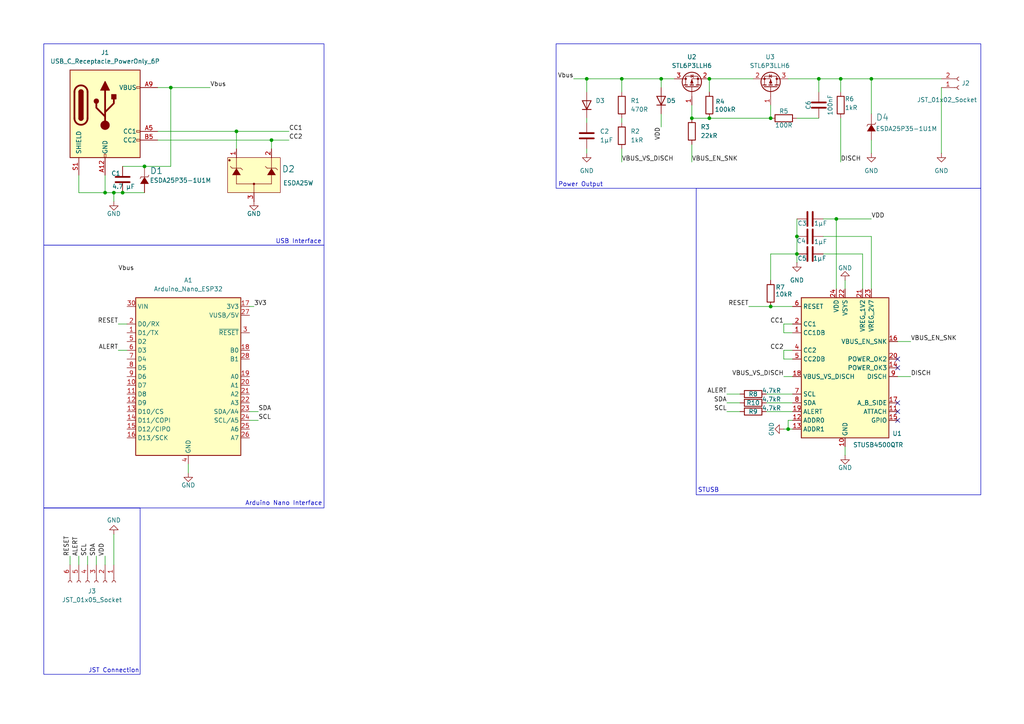
<source format=kicad_sch>
(kicad_sch (version 20250114) (generator "eeschema") (generator_version "9.0")
  (paper "A4")
  (lib_symbols
    (symbol "Connector:Conn_01x02_Socket" (pin_names (offset 1.016) (hide yes))
      (property "Reference" "J" (at 0 2.54 0))
      (property "Value" "Conn_01x02_Socket" (at 0 -5.08 0))
      (symbol "Conn_01x02_Socket_1_1"
        (polyline (pts (xy -1.27 0) (xy -0.508 0)) (stroke (width 0.1524)))
        (polyline (pts (xy -1.27 -2.54) (xy -0.508 -2.54)) (stroke (width 0.1524)))
        (arc (start 0 -0.508) (mid -0.5058 0) (end 0 0.508) (stroke (width 0.1524)))
        (arc (start 0 -3.048) (mid -0.5058 -2.54) (end 0 -2.032) (stroke (width 0.1524)))
        (pin passive line (at -5.08 0 0) (length 3.81) (name "Pin_1") (number "1"))
        (pin passive line (at -5.08 -2.54 0) (length 3.81) (name "Pin_2") (number "2"))
      )
    )
    (symbol "Connector:Conn_01x06_Socket" (pin_names (offset 1.016) (hide yes))
      (property "Reference" "J" (at 0 7.62 0))
      (property "Value" "Conn_01x06_Socket" (at 0 -10.16 0))
      (symbol "Conn_01x06_Socket_1_1"
        (polyline (pts (xy -1.27 5.08) (xy -0.508 5.08)) (stroke (width 0.1524)))
        (polyline (pts (xy -1.27 2.54) (xy -0.508 2.54)) (stroke (width 0.1524)))
        (polyline (pts (xy -1.27 0) (xy -0.508 0)) (stroke (width 0.1524)))
        (polyline (pts (xy -1.27 -2.54) (xy -0.508 -2.54)) (stroke (width 0.1524)))
        (polyline (pts (xy -1.27 -5.08) (xy -0.508 -5.08)) (stroke (width 0.1524)))
        (polyline (pts (xy -1.27 -7.62) (xy -0.508 -7.62)) (stroke (width 0.1524)))
        (arc (start 0 4.572) (mid -0.5058 5.08) (end 0 5.588) (stroke (width 0.1524)))
        (arc (start 0 2.032) (mid -0.5058 2.54) (end 0 3.048) (stroke (width 0.1524)))
        (arc (start 0 -0.508) (mid -0.5058 0) (end 0 0.508) (stroke (width 0.1524)))
        (arc (start 0 -3.048) (mid -0.5058 -2.54) (end 0 -2.032) (stroke (width 0.1524)))
        (arc (start 0 -5.588) (mid -0.5058 -5.08) (end 0 -4.572) (stroke (width 0.1524)))
        (arc (start 0 -8.128) (mid -0.5058 -7.62) (end 0 -7.112) (stroke (width 0.1524)))
        (pin passive line (at -5.08 5.08 0) (length 3.81) (name "Pin_1") (number "1"))
        (pin passive line (at -5.08 2.54 0) (length 3.81) (name "Pin_2") (number "2"))
        (pin passive line (at -5.08 0 0) (length 3.81) (name "Pin_3") (number "3"))
        (pin passive line (at -5.08 -2.54 0) (length 3.81) (name "Pin_4") (number "4"))
        (pin passive line (at -5.08 -5.08 0) (length 3.81) (name "Pin_5") (number "5"))
        (pin passive line (at -5.08 -7.62 0) (length 3.81) (name "Pin_6") (number "6"))
      )
    )
    (symbol "Connector:USB_C_Receptacle_PowerOnly_6P" (pin_names (offset 1.016))
      (property "Reference" "J" (at 0 16.51 0))
      (property "Value" "USB_C_Receptacle_PowerOnly_6P" (at 0 13.97 0))
      (symbol "USB_C_Receptacle_PowerOnly_6P_0_0"
        (rectangle (start -0.254 -12.7) (end 0.254 -11.684))
        (rectangle (start 10.16 7.874) (end 9.144 7.366))
        (rectangle (start 10.16 -4.826) (end 9.144 -5.334))
        (rectangle (start 10.16 -7.366) (end 9.144 -7.874))
      )
      (symbol "USB_C_Receptacle_PowerOnly_6P_0_1"
        (rectangle (start -10.16 12.7) (end 10.16 -12.7) (stroke (width 0.254)) (fill (type background)))
        (polyline (pts (xy -8.89 -1.27) (xy -8.89 6.35)) (stroke (width 0.508)))
        (rectangle (start -7.62 -1.27) (end -6.35 6.35) (stroke (width 0.254)) (fill (type outline)))
        (arc (start -7.62 6.35) (mid -6.985 6.9823) (end -6.35 6.35) (stroke (width 0.254)))
        (arc (start -7.62 6.35) (mid -6.985 6.9823) (end -6.35 6.35) (stroke (width 0.254)) (fill (type outline)))
        (arc (start -8.89 6.35) (mid -6.985 8.2467) (end -5.08 6.35) (stroke (width 0.508)))
        (arc (start -5.08 -1.27) (mid -6.985 -3.1667) (end -8.89 -1.27) (stroke (width 0.508)))
        (arc (start -6.35 -1.27) (mid -6.985 -1.9023) (end -7.62 -1.27) (stroke (width 0.254)))
        (arc (start -6.35 -1.27) (mid -6.985 -1.9023) (end -7.62 -1.27) (stroke (width 0.254)) (fill (type outline)))
        (polyline (pts (xy -5.08 6.35) (xy -5.08 -1.27)) (stroke (width 0.508)))
        (circle (center -2.54 3.683) (radius 0.635) (stroke (width 0.254)) (fill (type outline)))
        (polyline (pts (xy -1.27 6.858) (xy 0 9.398) (xy 1.27 6.858) (xy -1.27 6.858)) (stroke (width 0.254)) (fill (type outline)))
        (polyline (pts (xy 0 0.508) (xy 2.54 3.048) (xy 2.54 4.318)) (stroke (width 0.508)))
        (polyline (pts (xy 0 -0.762) (xy -2.54 1.778) (xy -2.54 3.048)) (stroke (width 0.508)))
        (polyline (pts (xy 0 -3.302) (xy 0 6.858)) (stroke (width 0.508)))
        (circle (center 0 -3.302) (radius 1.27) (fill (type outline)))
        (rectangle (start 1.905 4.318) (end 3.175 5.588) (stroke (width 0.254)) (fill (type outline)))
      )
      (symbol "USB_C_Receptacle_PowerOnly_6P_1_1"
        (pin passive line (at -7.62 -17.78 90) (length 5.08) (name "SHIELD") (number "S1"))
        (pin passive line (at 0 -17.78 90) (length 5.08) (name "GND") (number "A12"))
        (pin passive line (at 0 -17.78 90) (length 5.08) (hide yes) (name "GND") (number "B12"))
        (pin passive line (at 15.24 7.62 180) (length 5.08) (name "VBUS") (number "A9"))
        (pin passive line (at 15.24 7.62 180) (length 5.08) (hide yes) (name "VBUS") (number "B9"))
        (pin bidirectional line (at 15.24 -5.08 180) (length 5.08) (name "CC1") (number "A5"))
        (pin bidirectional line (at 15.24 -7.62 180) (length 5.08) (name "CC2") (number "B5"))
      )
    )
    (symbol "Device:C" (pin_numbers (hide yes)) (pin_names (offset 0.254))
      (property "Reference" "C" (at 0.635 2.54 0))
      (property "Value" "C" (at 0.635 -2.54 0))
      (symbol "C_0_1"
        (polyline (pts (xy -2.032 0.762) (xy 2.032 0.762)) (stroke (width 0.508)))
        (polyline (pts (xy -2.032 -0.762) (xy 2.032 -0.762)) (stroke (width 0.508)))
      )
      (symbol "C_1_1"
        (pin passive line (at 0 3.81 270) (length 2.794) (name "~") (number "1"))
        (pin passive line (at 0 -3.81 90) (length 2.794) (name "~") (number "2"))
      )
    )
    (symbol "Device:D" (pin_numbers (hide yes)) (pin_names (offset 1.016) (hide yes))
      (property "Reference" "D" (at 0 2.54 0))
      (property "Value" "D" (at 0 -2.54 0))
      (symbol "D_0_1"
        (polyline (pts (xy -1.27 1.27) (xy -1.27 -1.27)) (stroke (width 0.254)))
        (polyline (pts (xy 1.27 1.27) (xy 1.27 -1.27) (xy -1.27 0) (xy 1.27 1.27)) (stroke (width 0.254)))
        (polyline (pts (xy 1.27 0) (xy -1.27 0)))
      )
      (symbol "D_1_1"
        (pin passive line (at -3.81 0 0) (length 2.54) (name "K") (number "1"))
        (pin passive line (at 3.81 0 180) (length 2.54) (name "A") (number "2"))
      )
    )
    (symbol "Device:R" (pin_numbers (hide yes)) (pin_names (offset 0))
      (property "Reference" "R" (at 2.032 0 90))
      (property "Value" "R" (at 0 0 90))
      (symbol "R_0_1"
        (rectangle (start -1.016 -2.54) (end 1.016 2.54) (stroke (width 0.254)))
      )
      (symbol "R_1_1"
        (pin passive line (at 0 3.81 270) (length 1.27) (name "~") (number "1"))
        (pin passive line (at 0 -3.81 90) (length 1.27) (name "~") (number "2"))
      )
    )
    (symbol "ESDA25P35-1U1M:ESDA25P35-1U1M" (pin_numbers (hide yes)) (pin_names (hide yes))
      (property "Reference" "D" (at -0.254 -6.604 0))
      (property "Value" "ESDA25P35-1U1M" (at -7.874 -6.858 0))
      (symbol "ESDA25P35-1U1M_1_0"
        (polyline (pts (xy 0 -3.81) (xy 0 -3.81) (xy 0 -3.81) (xy 2.032 -2.54) (xy 0 -1.27) (xy 0 -3.81)) (stroke (width -0.0001)) (fill (type outline)))
        (polyline (pts (xy 1.524 -1.27) (xy 2.032 -1.524)))
        (polyline (pts (xy 2.032 -1.524) (xy 2.032 -3.556)))
        (polyline (pts (xy 2.032 -3.556) (xy 2.54 -3.81)))
        (polyline (pts (xy 5.08 -2.54) (xy 2.032 -2.54)))
        (pin passive line (at -2.54 -2.54 0) (length 2.54) (name "A") (number "2"))
        (pin passive line (at 5.08 -2.54 180) (length 0) (name "K") (number "1"))
      )
    )
    (symbol "ESDA25W:ESDA25W" (pin_names (hide yes))
      (property "Reference" "D" (at -0.254 -17.78 0))
      (property "Value" "ESDA25W" (at -0.508 -17.018 0))
      (symbol "ESDA25W_1_0"
        (polyline (pts (xy 0 -2.54) (xy 3.048 -2.54)))
        (circle (center 0.762 -0.508) (radius 0.254) (fill (type outline)))
        (polyline (pts (xy 3.048 -1.27) (xy 2.54 -0.762)))
        (polyline (pts (xy 3.048 -1.27) (xy 3.048 -3.81)))
        (polyline (pts (xy 3.048 -11.43) (xy 2.54 -10.922)))
        (polyline (pts (xy 3.048 -11.43) (xy 3.048 -13.97)))
        (polyline (pts (xy 3.048 -12.7) (xy 0 -12.7)))
        (polyline (pts (xy 3.556 -4.318) (xy 3.048 -3.81)))
        (polyline (pts (xy 3.556 -14.478) (xy 3.048 -13.97)))
        (polyline (pts (xy 5.08 -1.27) (xy 5.08 -3.81) (xy 5.08 -1.27) (xy 3.048 -2.54) (xy 5.08 -3.81) (xy 5.08 -1.27)) (stroke (width -0.0001)) (fill (type outline)))
        (polyline (pts (xy 5.08 -2.54) (xy 7.62 -2.54)))
        (polyline (pts (xy 5.08 -11.43) (xy 5.08 -11.43) (xy 5.08 -11.43) (xy 3.048 -12.7) (xy 5.08 -13.97) (xy 5.08 -11.43)) (stroke (width -0.0001)) (fill (type outline)))
        (circle (center 7.62 -7.62) (radius 0.254) (fill (type outline)))
        (polyline (pts (xy 7.62 -12.7) (xy 5.08 -12.7)))
        (polyline (pts (xy 7.62 -12.7) (xy 7.62 -2.54)))
        (rectangle (start 10.16 0) (end 0 -15.24) (stroke (width 0) (color 128 0 0 1)) (fill (type background)))
        (polyline (pts (xy 10.16 -7.62) (xy 7.62 -7.62)))
        (pin passive line (at -2.54 -2.54 0) (length 2.54) (name "1") (number "1"))
        (pin passive line (at -2.54 -12.7 0) (length 2.54) (name "2") (number "2"))
        (pin passive line (at 12.7 -7.62 180) (length 2.54) (name "3") (number "3"))
      )
    )
    (symbol "Interface_USB:STUSB4500QTR"
      (property "Reference" "U" (at -12.7 21.59 0))
      (property "Value" "STUSB4500QTR" (at 8.89 -21.59 0))
      (symbol "STUSB4500QTR_0_1"
        (rectangle (start -12.7 20.32) (end 12.7 -20.32) (stroke (width 0.254)) (fill (type background)))
      )
      (symbol "STUSB4500QTR_1_1"
        (pin input line (at -15.24 17.78 0) (length 2.54) (name "RESET") (number "6"))
        (pin bidirectional line (at -15.24 12.7 0) (length 2.54) (name "CC1") (number "2"))
        (pin bidirectional line (at -15.24 10.16 0) (length 2.54) (name "CC1DB") (number "1"))
        (pin bidirectional line (at -15.24 5.08 0) (length 2.54) (name "CC2") (number "4"))
        (pin bidirectional line (at -15.24 2.54 0) (length 2.54) (name "CC2DB") (number "5"))
        (pin input line (at -15.24 -2.54 0) (length 2.54) (name "VBUS_VS_DISCH") (number "18"))
        (pin input line (at -15.24 -7.62 0) (length 2.54) (name "SCL") (number "7"))
        (pin bidirectional line (at -15.24 -10.16 0) (length 2.54) (name "SDA") (number "8"))
        (pin open_collector line (at -15.24 -12.7 0) (length 2.54) (name "ALERT") (number "19"))
        (pin input line (at -15.24 -15.24 0) (length 2.54) (name "ADDR0") (number "12"))
        (pin input line (at -15.24 -17.78 0) (length 2.54) (name "ADDR1") (number "13"))
        (pin no_connect line (at -12.7 15.24 0) (length 2.54) (hide yes) (name "NC") (number "3"))
        (pin power_in line (at -2.54 22.86 270) (length 2.54) (name "VDD") (number "24"))
        (pin power_in line (at 0 22.86 270) (length 2.54) (name "VSYS") (number "22"))
        (pin power_in line (at 0 -22.86 90) (length 2.54) (name "GND") (number "10"))
        (pin passive line (at 0 -22.86 90) (length 2.54) (hide yes) (name "GND") (number "25"))
        (pin power_out line (at 5.08 22.86 270) (length 2.54) (name "VREG_1V2") (number "21"))
        (pin power_out line (at 7.62 22.86 270) (length 2.54) (name "VREG_2V7") (number "23"))
        (pin open_collector line (at 15.24 7.62 180) (length 2.54) (name "VBUS_EN_SNK") (number "16"))
        (pin open_collector line (at 15.24 2.54 180) (length 2.54) (name "POWER_OK2") (number "20"))
        (pin open_collector line (at 15.24 0 180) (length 2.54) (name "POWER_OK3") (number "14"))
        (pin bidirectional line (at 15.24 -2.54 180) (length 2.54) (name "DISCH") (number "9"))
        (pin open_collector line (at 15.24 -10.16 180) (length 2.54) (name "A_B_SIDE") (number "17"))
        (pin open_collector line (at 15.24 -12.7 180) (length 2.54) (name "ATTACH") (number "11"))
        (pin open_collector line (at 15.24 -15.24 180) (length 2.54) (name "GPIO") (number "15"))
      )
    )
    (symbol "MCU_Module:Arduino_Nano_ESP32"
      (property "Reference" "A" (at -14.986 23.622 0))
      (property "Value" "Arduino_Nano_ESP32" (at 3.81 -25.654 0))
      (symbol "Arduino_Nano_ESP32_0_1"
        (rectangle (start -15.24 22.86) (end 15.24 -22.86) (stroke (width 0.254)) (fill (type background)))
      )
      (symbol "Arduino_Nano_ESP32_1_1"
        (pin power_in line (at -17.78 20.32 0) (length 2.54) (name "VIN") (number "30"))
        (pin bidirectional line (at -17.78 15.24 0) (length 2.54) (name "D0/RX") (number "2"))
        (pin bidirectional line (at -17.78 12.7 0) (length 2.54) (name "D1/TX") (number "1"))
        (pin bidirectional line (at -17.78 10.16 0) (length 2.54) (name "D2") (number "5"))
        (pin bidirectional line (at -17.78 7.62 0) (length 2.54) (name "D3") (number "6"))
        (pin bidirectional line (at -17.78 5.08 0) (length 2.54) (name "D4") (number "7"))
        (pin bidirectional line (at -17.78 2.54 0) (length 2.54) (name "D5") (number "8"))
        (pin bidirectional line (at -17.78 0 0) (length 2.54) (name "D6") (number "9"))
        (pin bidirectional line (at -17.78 -2.54 0) (length 2.54) (name "D7") (number "10"))
        (pin bidirectional line (at -17.78 -5.08 0) (length 2.54) (name "D8") (number "11"))
        (pin bidirectional line (at -17.78 -7.62 0) (length 2.54) (name "D9") (number "12"))
        (pin bidirectional line (at -17.78 -10.16 0) (length 2.54) (name "D10/CS") (number "13"))
        (pin bidirectional line (at -17.78 -12.7 0) (length 2.54) (name "D11/COPI") (number "14"))
        (pin bidirectional line (at -17.78 -15.24 0) (length 2.54) (name "D12/CIPO") (number "15"))
        (pin bidirectional line (at -17.78 -17.78 0) (length 2.54) (name "D13/SCK") (number "16"))
        (pin passive line (at 0 -25.4 90) (length 2.54) (hide yes) (name "GND") (number "29"))
        (pin power_in line (at 0 -25.4 90) (length 2.54) (name "GND") (number "4"))
        (pin power_out line (at 17.78 20.32 180) (length 2.54) (name "3V3") (number "17"))
        (pin power_out line (at 17.78 17.78 180) (length 2.54) (name "VUSB/5V") (number "27"))
        (pin input line (at 17.78 12.7 180) (length 2.54) (name "~{RESET}") (number "3"))
        (pin bidirectional line (at 17.78 7.62 180) (length 2.54) (name "B0") (number "18"))
        (pin bidirectional line (at 17.78 5.08 180) (length 2.54) (name "B1") (number "28"))
        (pin bidirectional line (at 17.78 0 180) (length 2.54) (name "A0") (number "19"))
        (pin bidirectional line (at 17.78 -2.54 180) (length 2.54) (name "A1") (number "20"))
        (pin bidirectional line (at 17.78 -5.08 180) (length 2.54) (name "A2") (number "21"))
        (pin bidirectional line (at 17.78 -7.62 180) (length 2.54) (name "A3") (number "22"))
        (pin bidirectional line (at 17.78 -10.16 180) (length 2.54) (name "SDA/A4") (number "23"))
        (pin bidirectional line (at 17.78 -12.7 180) (length 2.54) (name "SCL/A5") (number "24"))
        (pin bidirectional line (at 17.78 -15.24 180) (length 2.54) (name "A6") (number "25"))
        (pin bidirectional line (at 17.78 -17.78 180) (length 2.54) (name "A7") (number "26"))
      )
    )
    (symbol "Transistor_FET:AO3401A" (pin_names (hide yes))
      (property "Reference" "Q" (at 5.08 1.905 0))
      (property "Value" "AO3401A" (at 5.08 0 0))
      (symbol "AO3401A_0_1"
        (polyline (pts (xy 0.254 1.905) (xy 0.254 -1.905)) (stroke (width 0.254)))
        (polyline (pts (xy 0.254 0) (xy -2.54 0)))
        (polyline (pts (xy 0.762 2.286) (xy 0.762 1.27)) (stroke (width 0.254)))
        (polyline (pts (xy 0.762 1.778) (xy 3.302 1.778) (xy 3.302 -1.778) (xy 0.762 -1.778)))
        (polyline (pts (xy 0.762 0.508) (xy 0.762 -0.508)) (stroke (width 0.254)))
        (polyline (pts (xy 0.762 -1.27) (xy 0.762 -2.286)) (stroke (width 0.254)))
        (circle (center 1.651 0) (radius 2.794) (stroke (width 0.254)))
        (polyline (pts (xy 2.286 0) (xy 1.27 0.381) (xy 1.27 -0.381) (xy 2.286 0)) (fill (type outline)))
        (polyline (pts (xy 2.54 2.54) (xy 2.54 1.778)))
        (circle (center 2.54 1.778) (radius 0.254) (fill (type outline)))
        (circle (center 2.54 -1.778) (radius 0.254) (fill (type outline)))
        (polyline (pts (xy 2.54 -2.54) (xy 2.54 0) (xy 0.762 0)))
        (polyline (pts (xy 2.794 -0.508) (xy 2.921 -0.381) (xy 3.683 -0.381) (xy 3.81 -0.254)))
        (polyline (pts (xy 3.302 -0.381) (xy 2.921 0.254) (xy 3.683 0.254) (xy 3.302 -0.381)))
      )
      (symbol "AO3401A_1_1"
        (pin input line (at -5.08 0 0) (length 2.54) (name "G") (number "1"))
        (pin passive line (at 2.54 5.08 270) (length 2.54) (name "D") (number "3"))
        (pin passive line (at 2.54 -5.08 90) (length 2.54) (name "S") (number "2"))
      )
    )
    (symbol "power:GND" (power) (pin_numbers (hide yes)) (pin_names (offset 0) (hide yes))
      (property "Value" "GND" (at 0 -3.81 0))
      (symbol "GND_0_1"
        (polyline (pts (xy 0 0) (xy 0 -1.27) (xy 1.27 -1.27) (xy 0 -2.54) (xy -1.27 -1.27) (xy 0 -1.27)))
      )
      (symbol "GND_1_1"
        (pin power_in line (at 0 0 270) (length 0) (name "~") (number "1"))
      )
    )
  )
  (rectangle (start 12.7 12.7) (end 93.98 71.12))
  (rectangle (start 12.7 71.12) (end 93.98 147.32))
  (rectangle (start 12.7 147.32) (end 40.64 195.58))
  (rectangle (start 161.29 12.7) (end 284.48 54.61))
  (rectangle (start 201.93 54.61) (end 284.48 143.51))
  (text "STUSB" (at 205.486 142.24 0) (effects (font (size 1.27 1.27))))
  (text "Arduino Nano Interface" (at 82.296 146.05 0) (effects (font (size 1.27 1.27))))
  (text "JST Connection" (at 33.02 194.564 0) (effects (font (size 1.27 1.27))))
  (text "USB Interface" (at 86.614 70.104 0) (effects (font (size 1.27 1.27))))
  (text "Power Output" (at 168.402 53.594 0) (effects (font (size 1.27 1.27))))
  (junction (at 223.52 34.29))
  (junction (at 231.14 73.66))
  (junction (at 223.52 88.9))
  (junction (at 41.91 48.26))
  (junction (at 68.58 38.1))
  (junction (at 252.73 22.86))
  (junction (at 237.49 22.86))
  (junction (at 33.02 55.88))
  (junction (at 180.34 22.86))
  (junction (at 205.74 34.29))
  (junction (at 205.74 22.86))
  (junction (at 49.53 25.4))
  (junction (at 30.48 55.88))
  (junction (at 231.14 68.58))
  (junction (at 242.57 63.5))
  (junction (at 78.74 40.64))
  (junction (at 170.18 22.86))
  (junction (at 191.77 22.86))
  (junction (at 200.66 34.29))
  (junction (at 35.56 55.88))
  (junction (at 228.6 124.46))
  (junction (at 243.84 22.86))
  (no_connect (at 260.35 116.84))
  (no_connect (at 260.35 119.38))
  (no_connect (at 260.35 104.14))
  (no_connect (at 260.35 106.68))
  (no_connect (at 260.35 121.92))
  (wire (pts (xy 245.11 81.28) (xy 245.11 83.82)))
  (wire (pts (xy 191.77 25.4) (xy 191.77 22.86)))
  (wire (pts (xy 243.84 26.67) (xy 243.84 22.86)))
  (wire (pts (xy 35.56 48.26) (xy 41.91 48.26)))
  (wire (pts (xy 243.84 46.99) (xy 243.84 34.29)))
  (wire (pts (xy 227.33 109.22) (xy 229.87 109.22)))
  (wire (pts (xy 49.53 25.4) (xy 49.53 48.26)))
  (wire (pts (xy 252.73 83.82) (xy 252.73 68.58)))
  (wire (pts (xy 228.6 121.92) (xy 228.6 124.46)))
  (wire (pts (xy 60.96 25.4) (xy 49.53 25.4)))
  (wire (pts (xy 200.66 30.48) (xy 200.66 34.29)))
  (wire (pts (xy 242.57 83.82) (xy 242.57 63.5)))
  (wire (pts (xy 34.29 93.98) (xy 36.83 93.98)))
  (wire (pts (xy 200.66 34.29) (xy 205.74 34.29)))
  (wire (pts (xy 237.49 34.29) (xy 231.14 34.29)))
  (wire (pts (xy 242.57 63.5) (xy 238.76 63.5)))
  (wire (pts (xy 227.33 93.98) (xy 227.33 96.52)))
  (wire (pts (xy 45.72 38.1) (xy 68.58 38.1)))
  (wire (pts (xy 20.32 161.29) (xy 20.32 163.83)))
  (wire (pts (xy 180.34 22.86) (xy 191.77 22.86)))
  (wire (pts (xy 242.57 63.5) (xy 252.73 63.5)))
  (wire (pts (xy 223.52 88.9) (xy 229.87 88.9)))
  (wire (pts (xy 222.25 116.84) (xy 229.87 116.84)))
  (wire (pts (xy 205.74 22.86) (xy 218.44 22.86)))
  (wire (pts (xy 170.18 44.45) (xy 170.18 43.18)))
  (wire (pts (xy 223.52 81.28) (xy 223.52 73.66)))
  (wire (pts (xy 222.25 114.3) (xy 229.87 114.3)))
  (wire (pts (xy 260.35 99.06) (xy 264.16 99.06)))
  (wire (pts (xy 229.87 104.14) (xy 227.33 104.14)))
  (wire (pts (xy 237.49 22.86) (xy 237.49 26.67)))
  (wire (pts (xy 252.73 40.64) (xy 252.73 44.45)))
  (wire (pts (xy 252.73 22.86) (xy 243.84 22.86)))
  (wire (pts (xy 205.74 26.67) (xy 205.74 22.86)))
  (wire (pts (xy 34.29 101.6) (xy 36.83 101.6)))
  (wire (pts (xy 45.72 40.64) (xy 78.74 40.64)))
  (wire (pts (xy 22.86 161.29) (xy 22.86 163.83)))
  (wire (pts (xy 227.33 124.46) (xy 228.6 124.46)))
  (wire (pts (xy 33.02 154.94) (xy 33.02 163.83)))
  (wire (pts (xy 205.74 34.29) (xy 223.52 34.29)))
  (wire (pts (xy 68.58 38.1) (xy 83.82 38.1)))
  (wire (pts (xy 210.82 119.38) (xy 214.63 119.38)))
  (wire (pts (xy 231.14 68.58) (xy 231.14 73.66)))
  (wire (pts (xy 78.74 40.64) (xy 83.82 40.64)))
  (wire (pts (xy 191.77 33.02) (xy 191.77 36.83)))
  (wire (pts (xy 54.61 134.62) (xy 54.61 137.16)))
  (wire (pts (xy 227.33 101.6) (xy 227.33 104.14)))
  (wire (pts (xy 217.17 88.9) (xy 223.52 88.9)))
  (wire (pts (xy 231.14 73.66) (xy 231.14 76.2)))
  (wire (pts (xy 30.48 50.8) (xy 30.48 55.88)))
  (wire (pts (xy 27.94 161.29) (xy 27.94 163.83)))
  (wire (pts (xy 227.33 93.98) (xy 229.87 93.98)))
  (wire (pts (xy 170.18 22.86) (xy 180.34 22.86)))
  (wire (pts (xy 72.39 119.38) (xy 74.93 119.38)))
  (wire (pts (xy 229.87 101.6) (xy 227.33 101.6)))
  (wire (pts (xy 68.58 38.1) (xy 68.58 43.18)))
  (wire (pts (xy 229.87 96.52) (xy 227.33 96.52)))
  (wire (pts (xy 214.63 116.84) (xy 210.82 116.84)))
  (wire (pts (xy 180.34 22.86) (xy 180.34 26.67)))
  (wire (pts (xy 78.74 40.64) (xy 78.74 43.18)))
  (wire (pts (xy 191.77 22.86) (xy 195.58 22.86)))
  (wire (pts (xy 250.19 73.66) (xy 238.76 73.66)))
  (wire (pts (xy 33.02 55.88) (xy 35.56 55.88)))
  (wire (pts (xy 223.52 30.48) (xy 223.52 34.29)))
  (wire (pts (xy 222.25 119.38) (xy 229.87 119.38)))
  (wire (pts (xy 73.66 88.9) (xy 72.39 88.9)))
  (wire (pts (xy 273.05 25.4) (xy 273.05 44.45)))
  (wire (pts (xy 170.18 34.29) (xy 170.18 35.56)))
  (wire (pts (xy 228.6 124.46) (xy 229.87 124.46)))
  (wire (pts (xy 223.52 73.66) (xy 231.14 73.66)))
  (wire (pts (xy 250.19 83.82) (xy 250.19 73.66)))
  (wire (pts (xy 33.02 55.88) (xy 33.02 58.42)))
  (wire (pts (xy 35.56 55.88) (xy 41.91 55.88)))
  (wire (pts (xy 252.73 22.86) (xy 273.05 22.86)))
  (wire (pts (xy 243.84 22.86) (xy 237.49 22.86)))
  (wire (pts (xy 252.73 68.58) (xy 238.76 68.58)))
  (wire (pts (xy 72.39 121.92) (xy 74.93 121.92)))
  (wire (pts (xy 245.11 129.54) (xy 245.11 132.08)))
  (wire (pts (xy 200.66 41.91) (xy 200.66 46.99)))
  (wire (pts (xy 170.18 22.86) (xy 170.18 26.67)))
  (wire (pts (xy 228.6 22.86) (xy 237.49 22.86)))
  (wire (pts (xy 41.91 48.26) (xy 49.53 48.26)))
  (wire (pts (xy 180.34 34.29) (xy 180.34 35.56)))
  (wire (pts (xy 260.35 109.22) (xy 264.16 109.22)))
  (wire (pts (xy 229.87 121.92) (xy 228.6 121.92)))
  (wire (pts (xy 22.86 55.88) (xy 30.48 55.88)))
  (wire (pts (xy 166.37 22.86) (xy 170.18 22.86)))
  (wire (pts (xy 30.48 161.29) (xy 30.48 163.83)))
  (wire (pts (xy 231.14 63.5) (xy 231.14 68.58)))
  (wire (pts (xy 30.48 55.88) (xy 33.02 55.88)))
  (wire (pts (xy 22.86 50.8) (xy 22.86 55.88)))
  (wire (pts (xy 210.82 114.3) (xy 214.63 114.3)))
  (wire (pts (xy 180.34 43.18) (xy 180.34 46.99)))
  (wire (pts (xy 45.72 25.4) (xy 49.53 25.4)))
  (wire (pts (xy 25.4 161.29) (xy 25.4 163.83)))
  (wire (pts (xy 252.73 33.02) (xy 252.73 22.86)))
  (label "CC2" (at 227.33 101.6 180))
  (label "3V3" (at 73.66 88.9 0))
  (label "DISCH" (at 243.84 46.99 0))
  (label "RESET" (at 34.29 93.98 180))
  (label "CC1" (at 83.82 38.1 0))
  (label "VBUS_EN_SNK" (at 264.16 99.06 0))
  (label "ALERT" (at 34.29 101.6 180))
  (label "VDD" (at 252.73 63.5 0))
  (label "ALERT" (at 22.86 161.29 90))
  (label "CC2" (at 83.82 40.64 0))
  (label "ALERT" (at 210.82 114.3 180))
  (label "VBUS_VS_DISCH" (at 227.33 109.22 180))
  (label "VBUS_VS_DISCH" (at 180.34 46.99 0))
  (label "SCL" (at 25.4 161.29 90))
  (label "DISCH" (at 264.16 109.22 0))
  (label "VDD" (at 191.77 36.83 270))
  (label "Vbus" (at 34.29 78.74 0))
  (label "SCL" (at 210.82 119.38 180))
  (label "VDD" (at 30.48 161.29 90))
  (label "Vbus" (at 60.96 25.4 0))
  (label "SCL" (at 74.93 121.92 0))
  (label "SDA" (at 210.82 116.84 180))
  (label "VBUS_EN_SNK" (at 200.66 46.99 0))
  (label "Vbus" (at 166.37 22.86 180))
  (label "CC1" (at 227.33 93.98 180))
  (label "RESET" (at 217.17 88.9 180))
  (label "SDA" (at 27.94 161.29 90))
  (label "SDA" (at 74.93 119.38 0))
  (label "RESET" (at 20.32 161.29 90))
  (symbol (lib_id "power:GND") (at 33.02 58.42 0) (unit 1)
    (property "Reference" "#PWR09" (effects (hide yes)))
    (property "Value" "GND" (at 33.02 61.976 0))
    (property "Description" "Power symbol creates a global label with name \"GND\" , ground" (effects (hide yes)))
  )
  (symbol (lib_id "ESDA25P35-1U1M:ESDA25P35-1U1M") (at 39.37 53.34 90) (unit 1)
    (property "Reference" "D1" (at 43.434 49.53 90) (effects (font (size 1.8288 1.8288)) (justify right)))
    (property "Value" "ESDA25P35-1U1M" (at 43.434 52.324 90) (effects (justify right)))
    (property "Footprint" "ST_1610:ST_1610" (effects (hide yes)))
    (property "Datasheet" "kicad-embed://esda25p35-1u1m.pdf" (effects (hide yes)))
  )
  (symbol (lib_id "power:GND") (at 170.18 44.45 0) (unit 1)
    (property "Reference" "#PWR02" (effects (hide yes)))
    (property "Value" "GND" (at 170.18 49.53 0))
    (property "Description" "Power symbol creates a global label with name \"GND\" , ground" (effects (hide yes)))
  )
  (symbol (lib_id "power:GND") (at 252.73 44.45 0) (unit 1)
    (property "Reference" "#PWR05" (effects (hide yes)))
    (property "Value" "GND" (at 252.73 49.53 0))
    (property "Description" "Power symbol creates a global label with name \"GND\" , ground" (effects (hide yes)))
  )
  (symbol (lib_id "Device:C") (at 234.95 63.5 270) (unit 1)
    (property "Reference" "C3" (at 232.664 64.77 90))
    (property "Value" "1μF" (at 237.998 64.77 90))
    (property "Footprint" "Capacitor_SMD:C_0603_1608Metric_Pad1.08x0.95mm_HandSolder" (effects (hide yes)))
    (property "Description" "Unpolarized capacitor" (effects (hide yes)))
  )
  (symbol (lib_id "Device:R") (at 243.84 30.48 180) (unit 1)
    (property "Reference" "R6" (at 246.38 28.702 0))
    (property "Value" "1kR" (at 246.888 31.242 0))
    (property "Footprint" "Resistor_SMD:R_0603_1608Metric_Pad0.98x0.95mm_HandSolder" (effects (hide yes)))
    (property "Description" "Resistor" (effects (hide yes)))
  )
  (symbol (lib_id "power:GND") (at 231.14 76.2 0) (unit 1)
    (property "Reference" "#PWR03" (effects (hide yes)))
    (property "Value" "GND" (at 231.14 81.28 0))
    (property "Description" "Power symbol creates a global label with name \"GND\" , ground" (effects (hide yes)))
  )
  (symbol (lib_id "Connector:Conn_01x06_Socket") (at 27.94 168.91 270) (unit 1)
    (property "Reference" "J3" (at 26.67 171.45 90))
    (property "Value" "JST_01x05_Socket" (at 26.67 173.99 90))
    (property "Footprint" "Connector_JST:JST_XH_B5B-XH-A_1x05_P2.50mm_Vertical" (effects (hide yes)))
    (property "Description" "Generic connector, single row, 01x05, script generated" (effects (hide yes)))
  )
  (symbol (lib_id "Device:R") (at 218.44 114.3 90) (unit 1)
    (property "Reference" "R8" (at 218.44 114.3 90))
    (property "Value" "4.7kR" (at 223.774 113.284 90))
    (property "Footprint" "Resistor_SMD:R_0603_1608Metric_Pad0.98x0.95mm_HandSolder" (effects (hide yes)))
    (property "Description" "Resistor" (effects (hide yes)))
  )
  (symbol (lib_id "Interface_USB:STUSB4500QTR") (at 245.11 106.68 0) (unit 1)
    (property "Reference" "U1" (at 258.826 125.73 0) (effects (justify left)))
    (property "Value" "STUSB4500QTR" (at 247.396 129.032 0) (effects (justify left)))
    (property "Footprint" "Package_DFN_QFN:QFN-24-1EP_4x4mm_P0.5mm_EP2.7x2.7mm" (effects (hide yes)))
    (property "Datasheet" "https://www.st.com/resource/en/datasheet/stusb4500.pdf" (effects (hide yes)))
    (property "Description" "Stand-alone USB PD controller (with sink Auto-run mode), QFN-24" (effects (hide yes)))
  )
  (symbol (lib_id "power:GND") (at 273.05 44.45 0) (unit 1)
    (property "Reference" "#PWR06" (effects (hide yes)))
    (property "Value" "GND" (at 273.05 49.53 0))
    (property "Description" "Power symbol creates a global label with name \"GND\" , ground" (effects (hide yes)))
  )
  (symbol (lib_id "Device:C") (at 170.18 39.37 0) (unit 1)
    (property "Reference" "C2" (at 173.99 38.0999 0) (effects (justify left)))
    (property "Value" "1μF" (at 173.99 40.6399 0) (effects (justify left)))
    (property "Footprint" "Capacitor_SMD:C_0603_1608Metric_Pad1.08x0.95mm_HandSolder" (effects (hide yes)))
    (property "Description" "Unpolarized capacitor" (effects (hide yes)))
  )
  (symbol (lib_id "power:GND") (at 245.11 81.28 180) (unit 1)
    (property "Reference" "#PWR07" (effects (hide yes)))
    (property "Value" "GND" (at 245.11 77.724 0))
    (property "Description" "Power symbol creates a global label with name \"GND\" , ground" (effects (hide yes)))
  )
  (symbol (lib_id "power:GND") (at 245.11 132.08 0) (unit 1)
    (property "Reference" "#PWR010" (effects (hide yes)))
    (property "Value" "GND" (at 245.11 135.636 0))
    (property "Description" "Power symbol creates a global label with name \"GND\" , ground" (effects (hide yes)))
  )
  (symbol (lib_id "power:GND") (at 73.66 58.42 0) (unit 1)
    (property "Reference" "#PWR08" (effects (hide yes)))
    (property "Value" "GND" (at 73.66 61.976 0))
    (property "Description" "Power symbol creates a global label with name \"GND\" , ground" (effects (hide yes)))
  )
  (symbol (lib_id "Device:R") (at 200.66 38.1 0) (unit 1)
    (property "Reference" "R3" (at 203.2 36.8299 0) (effects (justify left)))
    (property "Value" "22kR" (at 203.2 39.3699 0) (effects (justify left)))
    (property "Footprint" "Resistor_SMD:R_0603_1608Metric_Pad0.98x0.95mm_HandSolder" (effects (hide yes)))
    (property "Description" "Resistor" (effects (hide yes)))
  )
  (symbol (lib_id "MCU_Module:Arduino_Nano_ESP32") (at 54.61 109.22 0) (unit 1)
    (property "Reference" "A1" (at 54.61 81.28 0))
    (property "Value" "Arduino_Nano_ESP32" (at 54.61 83.82 0))
    (property "Footprint" "Module:Arduino_Nano" (effects (hide yes)))
    (property "Datasheet" "https://docs.arduino.cc/resources/datasheets/ABX00083-datasheet.pdf" (effects (hide yes)))
    (property "Description" "Arduino Nano board based on the ESP32-S3 with a dual-core 240 MHz processor, 384 kB ROM, 512 kB SRAM. Operates at 3.3V, with 5V USB-C® input and 6-21V VIN. Features Wi-Fi®, Bluetooth® LE, digital and analog pins, and supports SPI, I2C, UART, I2S, and CAN." (effects (hide yes)))
  )
  (symbol (lib_id "Device:D") (at 170.18 30.48 90) (unit 1)
    (property "Reference" "D3" (at 172.72 29.2099 90) (effects (justify right)))
    (property "Value" "D" (effects (hide yes)))
    (property "Footprint" "Diode_SMD:D_0603_1608Metric_Pad1.05x0.95mm_HandSolder" (effects (hide yes)))
    (property "Description" "Diode" (effects (hide yes)))
    (property "Sim.Device" "D" (effects (hide yes)))
    (property "Sim.Pins" "1=K 2=A" (effects (hide yes)))
  )
  (symbol (lib_id "Device:R") (at 180.34 30.48 0) (unit 1)
    (property "Reference" "R1" (at 182.88 29.2099 0) (effects (justify left)))
    (property "Value" "470R" (at 182.88 31.7499 0) (effects (justify left)))
    (property "Footprint" "Resistor_SMD:R_0603_1608Metric_Pad0.98x0.95mm_HandSolder" (effects (hide yes)))
    (property "Description" "Resistor" (effects (hide yes)))
  )
  (symbol (lib_id "power:GND") (at 33.02 154.94 180) (unit 1)
    (property "Reference" "#PWR04" (effects (hide yes)))
    (property "Value" "GND" (at 33.02 150.876 0))
    (property "Description" "Power symbol creates a global label with name \"GND\" , ground" (effects (hide yes)))
  )
  (symbol (lib_id "Transistor_FET:AO3401A") (at 200.66 25.4 90) (unit 1)
    (property "Reference" "U2" (at 200.66 16.51 90))
    (property "Value" "STL6P3LLH6" (at 200.66 19.05 90))
    (property "Footprint" "STL6P3LLH6:POWERFLAT_3P3X3P3_STM2" (effects (hide yes)))
    (property "Datasheet" "https://www.st.com/resource/en/datasheet/stl6p3llh6.pdf" (effects (hide yes)))
  )
  (symbol (lib_id "Device:R") (at 205.74 30.48 180) (unit 1)
    (property "Reference" "R4" (at 207.518 29.464 0) (effects (justify right)))
    (property "Value" "100kR" (at 207.264 31.75 0) (effects (justify right)))
    (property "Footprint" "Resistor_SMD:R_0603_1608Metric_Pad0.98x0.95mm_HandSolder" (effects (hide yes)))
    (property "Description" "Resistor" (effects (hide yes)))
  )
  (symbol (lib_id "Device:R") (at 223.52 85.09 0) (mirror y) (unit 1)
    (property "Reference" "R7" (at 226.314 83.312 0))
    (property "Value" "10kR" (at 227.33 85.344 0))
    (property "Footprint" "Resistor_SMD:R_0603_1608Metric_Pad0.98x0.95mm_HandSolder" (effects (hide yes)))
    (property "Description" "Resistor" (effects (hide yes)))
  )
  (symbol (lib_id "Transistor_FET:AO3401A") (at 223.52 25.4 270) (mirror x) (unit 1)
    (property "Reference" "U3" (at 221.996 16.51 90) (effects (justify left)))
    (property "Value" "STL6P3LLH6" (at 217.424 19.05 90) (effects (justify left)))
    (property "Footprint" "STL6P3LLH6:POWERFLAT_3P3X3P3_STM2" (effects (hide yes)))
    (property "Datasheet" "https://www.st.com/resource/en/datasheet/stl6p3llh6.pdf" (effects (hide yes)))
  )
  (symbol (lib_id "power:GND") (at 227.33 124.46 270) (unit 1)
    (property "Reference" "#PWR011" (effects (hide yes)))
    (property "Value" "GND" (at 223.774 124.46 0))
    (property "Description" "Power symbol creates a global label with name \"GND\" , ground" (effects (hide yes)))
  )
  (symbol (lib_id "Connector:USB_C_Receptacle_PowerOnly_6P") (at 30.48 33.02 0) (unit 1)
    (property "Reference" "J1" (at 30.48 15.24 0))
    (property "Value" "USB_C_Receptacle_PowerOnly_6P" (at 30.48 17.78 0))
    (property "Footprint" "Connector_USB:USB_C_Receptacle_GCT_USB4105-xx-A_16P_TopMnt_Horizontal" (effects (hide yes)))
    (property "Datasheet" "https://www.usb.org/sites/default/files/documents/usb_type-c.zip" (effects (hide yes)))
    (property "Description" "USB Power-Only 6P Type-C Receptacle connector" (effects (hide yes)))
  )
  (symbol (lib_id "power:GND") (at 54.61 137.16 0) (unit 1)
    (property "Reference" "#PWR01" (effects (hide yes)))
    (property "Value" "GND" (at 54.61 140.716 0))
    (property "Description" "Power symbol creates a global label with name \"GND\" , ground" (effects (hide yes)))
  )
  (symbol (lib_id "Device:R") (at 180.34 39.37 0) (unit 1)
    (property "Reference" "R2" (at 182.88 38.0999 0) (effects (justify left)))
    (property "Value" "1kR" (at 182.88 40.6399 0) (effects (justify left)))
    (property "Footprint" "Resistor_SMD:R_0603_1608Metric_Pad0.98x0.95mm_HandSolder" (effects (hide yes)))
    (property "Description" "Resistor" (effects (hide yes)))
  )
  (symbol (lib_id "Device:C") (at 35.56 52.07 0) (unit 1)
    (property "Reference" "C1" (at 32.258 50.292 0) (effects (justify left)))
    (property "Value" "4.7 μF" (at 32.512 54.102 0) (effects (justify left)))
    (property "Footprint" "Capacitor_SMD:C_0603_1608Metric_Pad1.08x0.95mm_HandSolder" (effects (hide yes)))
    (property "Description" "Unpolarized capacitor - VBUS – DEVICE Capacitor CVBUS 4.7 μF Range: 1.0 μF to 10.0 μF" (effects (hide yes)))
  )
  (symbol (lib_id "Device:C") (at 234.95 73.66 270) (unit 1)
    (property "Reference" "C5" (at 232.664 74.93 90))
    (property "Value" "1μF" (at 237.744 74.93 90))
    (property "Footprint" "Capacitor_SMD:C_0603_1608Metric_Pad1.08x0.95mm_HandSolder" (effects (hide yes)))
    (property "Description" "Unpolarized capacitor" (effects (hide yes)))
  )
  (symbol (lib_id "ESDA25P35-1U1M:ESDA25P35-1U1M") (at 250.19 38.1 90) (unit 1)
    (property "Reference" "D4" (at 254 34.036 90) (effects (font (size 1.8288 1.8288)) (justify right)))
    (property "Value" "ESDA25P35-1U1M" (at 254 37.338 90) (effects (justify right)))
    (property "Footprint" "ST_1610:ST_1610" (effects (hide yes)))
    (property "Datasheet" "kicad-embed://esda25p35-1u1m.pdf" (effects (hide yes)))
  )
  (symbol (lib_id "Device:R") (at 218.44 119.38 270) (mirror x) (unit 1)
    (property "Reference" "R9" (at 218.44 119.38 90))
    (property "Value" "4.7kR" (at 223.774 118.364 90))
    (property "Footprint" "Resistor_SMD:R_0603_1608Metric_Pad0.98x0.95mm_HandSolder" (effects (hide yes)))
    (property "Description" "Resistor" (effects (hide yes)))
  )
  (symbol (lib_id "Device:C") (at 234.95 68.58 270) (unit 1)
    (property "Reference" "C4" (at 232.41 69.85 90))
    (property "Value" "1μF" (at 237.998 70.104 90))
    (property "Footprint" "Capacitor_SMD:C_0603_1608Metric_Pad1.08x0.95mm_HandSolder" (effects (hide yes)))
    (property "Description" "Unpolarized capacitor" (effects (hide yes)))
  )
  (symbol (lib_id "Device:D") (at 191.77 29.21 90) (unit 1)
    (property "Reference" "D5" (at 193.294 29.21 90) (effects (justify right)))
    (property "Value" "D" (effects (hide yes)))
    (property "Footprint" "Diode_SMD:D_0603_1608Metric_Pad1.05x0.95mm_HandSolder" (effects (hide yes)))
    (property "Description" "Diode" (effects (hide yes)))
    (property "Sim.Device" "D" (effects (hide yes)))
    (property "Sim.Pins" "1=K 2=A" (effects (hide yes)))
  )
  (symbol (lib_id "Device:R") (at 227.33 34.29 270) (unit 1)
    (property "Reference" "R5" (at 227.33 32.258 90))
    (property "Value" "100R" (at 227.33 36.322 90))
    (property "Footprint" "Resistor_SMD:R_0603_1608Metric_Pad0.98x0.95mm_HandSolder" (effects (hide yes)))
    (property "Description" "Resistor" (effects (hide yes)))
  )
  (symbol (lib_id "Device:C") (at 237.49 30.48 180) (unit 1)
    (property "Reference" "C6" (at 234.442 30.48 90))
    (property "Value" "100nF" (at 240.792 30.48 90))
    (property "Footprint" "Capacitor_SMD:C_0603_1608Metric_Pad1.08x0.95mm_HandSolder" (effects (hide yes)))
    (property "Description" "Unpolarized capacitor" (effects (hide yes)))
  )
  (symbol (lib_id "Device:R") (at 218.44 116.84 270) (mirror x) (unit 1)
    (property "Reference" "R10" (at 218.44 116.84 90))
    (property "Value" "4.7kR" (at 223.774 115.824 90))
    (property "Footprint" "Resistor_SMD:R_0603_1608Metric_Pad0.98x0.95mm_HandSolder" (effects (hide yes)))
    (property "Description" "Resistor" (effects (hide yes)))
  )
  (symbol (lib_id "Connector:Conn_01x02_Socket") (at 278.13 25.4 0) (mirror x) (unit 1)
    (property "Reference" "J2" (at 278.892 24.13 0) (effects (justify left)))
    (property "Value" "JST_01x02_Socket" (at 265.938 28.956 0) (effects (justify left)))
    (property "Footprint" "Connector_JST:JST_XH_B2B-XH-A_1x02_P2.50mm_Vertical" (effects (hide yes)))
    (property "Description" "Generic connector, single row, 01x02, script generated" (effects (hide yes)))
  )
  (symbol (lib_id "ESDA25W:ESDA25W") (at 66.04 45.72 90) (mirror x) (unit 1)
    (property "Reference" "D2" (at 85.598 49.022 90) (effects (font (size 1.8288 1.8288)) (justify left)))
    (property "Value" "ESDA25W" (at 90.932 53.086 90) (effects (justify left)))
    (property "Footprint" "ST_SOT323-3L:ST_SOT323-3L" (effects (hide yes)))
  )
)
</source>
